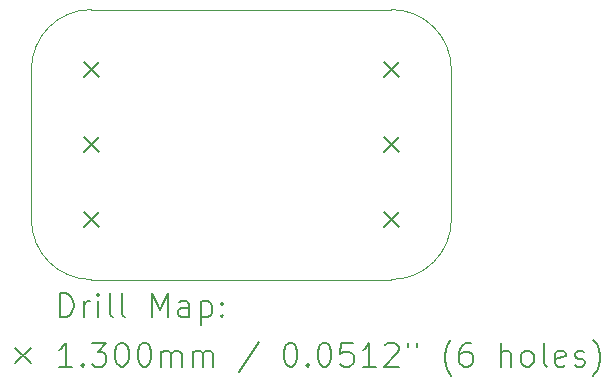
<source format=gbr>
%TF.GenerationSoftware,KiCad,Pcbnew,7.0.2-0*%
%TF.CreationDate,2024-01-28T15:47:04-06:00*%
%TF.ProjectId,wire_adapter,77697265-5f61-4646-9170-7465722e6b69,rev?*%
%TF.SameCoordinates,Original*%
%TF.FileFunction,Drillmap*%
%TF.FilePolarity,Positive*%
%FSLAX45Y45*%
G04 Gerber Fmt 4.5, Leading zero omitted, Abs format (unit mm)*
G04 Created by KiCad (PCBNEW 7.0.2-0) date 2024-01-28 15:47:04*
%MOMM*%
%LPD*%
G01*
G04 APERTURE LIST*
%ADD10C,0.100000*%
%ADD11C,0.200000*%
%ADD12C,0.130000*%
G04 APERTURE END LIST*
D10*
X13208000Y-10668000D02*
X15748000Y-10668000D01*
X12700000Y-8890000D02*
X12700000Y-10160000D01*
X15748000Y-8382000D02*
X13208000Y-8382000D01*
X16256000Y-10160000D02*
X16256000Y-8890000D01*
X15748000Y-10668000D02*
G75*
G03*
X16256000Y-10160000I0J508000D01*
G01*
X12700000Y-10160000D02*
G75*
G03*
X13208000Y-10668000I508000J0D01*
G01*
X13208000Y-8382000D02*
G75*
G03*
X12700000Y-8890000I0J-508000D01*
G01*
X16256000Y-8890000D02*
G75*
G03*
X15748000Y-8382000I-508000J0D01*
G01*
D11*
D12*
X13143000Y-8825000D02*
X13273000Y-8955000D01*
X13273000Y-8825000D02*
X13143000Y-8955000D01*
X13143000Y-9460000D02*
X13273000Y-9590000D01*
X13273000Y-9460000D02*
X13143000Y-9590000D01*
X13143000Y-10095000D02*
X13273000Y-10225000D01*
X13273000Y-10095000D02*
X13143000Y-10225000D01*
X15683000Y-8825000D02*
X15813000Y-8955000D01*
X15813000Y-8825000D02*
X15683000Y-8955000D01*
X15683000Y-9460000D02*
X15813000Y-9590000D01*
X15813000Y-9460000D02*
X15683000Y-9590000D01*
X15683000Y-10095000D02*
X15813000Y-10225000D01*
X15813000Y-10095000D02*
X15683000Y-10225000D01*
D11*
X12942619Y-10985524D02*
X12942619Y-10785524D01*
X12942619Y-10785524D02*
X12990238Y-10785524D01*
X12990238Y-10785524D02*
X13018809Y-10795048D01*
X13018809Y-10795048D02*
X13037857Y-10814095D01*
X13037857Y-10814095D02*
X13047381Y-10833143D01*
X13047381Y-10833143D02*
X13056905Y-10871238D01*
X13056905Y-10871238D02*
X13056905Y-10899810D01*
X13056905Y-10899810D02*
X13047381Y-10937905D01*
X13047381Y-10937905D02*
X13037857Y-10956952D01*
X13037857Y-10956952D02*
X13018809Y-10976000D01*
X13018809Y-10976000D02*
X12990238Y-10985524D01*
X12990238Y-10985524D02*
X12942619Y-10985524D01*
X13142619Y-10985524D02*
X13142619Y-10852190D01*
X13142619Y-10890286D02*
X13152143Y-10871238D01*
X13152143Y-10871238D02*
X13161667Y-10861714D01*
X13161667Y-10861714D02*
X13180714Y-10852190D01*
X13180714Y-10852190D02*
X13199762Y-10852190D01*
X13266428Y-10985524D02*
X13266428Y-10852190D01*
X13266428Y-10785524D02*
X13256905Y-10795048D01*
X13256905Y-10795048D02*
X13266428Y-10804571D01*
X13266428Y-10804571D02*
X13275952Y-10795048D01*
X13275952Y-10795048D02*
X13266428Y-10785524D01*
X13266428Y-10785524D02*
X13266428Y-10804571D01*
X13390238Y-10985524D02*
X13371190Y-10976000D01*
X13371190Y-10976000D02*
X13361667Y-10956952D01*
X13361667Y-10956952D02*
X13361667Y-10785524D01*
X13495000Y-10985524D02*
X13475952Y-10976000D01*
X13475952Y-10976000D02*
X13466428Y-10956952D01*
X13466428Y-10956952D02*
X13466428Y-10785524D01*
X13723571Y-10985524D02*
X13723571Y-10785524D01*
X13723571Y-10785524D02*
X13790238Y-10928381D01*
X13790238Y-10928381D02*
X13856905Y-10785524D01*
X13856905Y-10785524D02*
X13856905Y-10985524D01*
X14037857Y-10985524D02*
X14037857Y-10880762D01*
X14037857Y-10880762D02*
X14028333Y-10861714D01*
X14028333Y-10861714D02*
X14009286Y-10852190D01*
X14009286Y-10852190D02*
X13971190Y-10852190D01*
X13971190Y-10852190D02*
X13952143Y-10861714D01*
X14037857Y-10976000D02*
X14018809Y-10985524D01*
X14018809Y-10985524D02*
X13971190Y-10985524D01*
X13971190Y-10985524D02*
X13952143Y-10976000D01*
X13952143Y-10976000D02*
X13942619Y-10956952D01*
X13942619Y-10956952D02*
X13942619Y-10937905D01*
X13942619Y-10937905D02*
X13952143Y-10918857D01*
X13952143Y-10918857D02*
X13971190Y-10909333D01*
X13971190Y-10909333D02*
X14018809Y-10909333D01*
X14018809Y-10909333D02*
X14037857Y-10899810D01*
X14133095Y-10852190D02*
X14133095Y-11052190D01*
X14133095Y-10861714D02*
X14152143Y-10852190D01*
X14152143Y-10852190D02*
X14190238Y-10852190D01*
X14190238Y-10852190D02*
X14209286Y-10861714D01*
X14209286Y-10861714D02*
X14218809Y-10871238D01*
X14218809Y-10871238D02*
X14228333Y-10890286D01*
X14228333Y-10890286D02*
X14228333Y-10947429D01*
X14228333Y-10947429D02*
X14218809Y-10966476D01*
X14218809Y-10966476D02*
X14209286Y-10976000D01*
X14209286Y-10976000D02*
X14190238Y-10985524D01*
X14190238Y-10985524D02*
X14152143Y-10985524D01*
X14152143Y-10985524D02*
X14133095Y-10976000D01*
X14314048Y-10966476D02*
X14323571Y-10976000D01*
X14323571Y-10976000D02*
X14314048Y-10985524D01*
X14314048Y-10985524D02*
X14304524Y-10976000D01*
X14304524Y-10976000D02*
X14314048Y-10966476D01*
X14314048Y-10966476D02*
X14314048Y-10985524D01*
X14314048Y-10861714D02*
X14323571Y-10871238D01*
X14323571Y-10871238D02*
X14314048Y-10880762D01*
X14314048Y-10880762D02*
X14304524Y-10871238D01*
X14304524Y-10871238D02*
X14314048Y-10861714D01*
X14314048Y-10861714D02*
X14314048Y-10880762D01*
D12*
X12565000Y-11248000D02*
X12695000Y-11378000D01*
X12695000Y-11248000D02*
X12565000Y-11378000D01*
D11*
X13047381Y-11405524D02*
X12933095Y-11405524D01*
X12990238Y-11405524D02*
X12990238Y-11205524D01*
X12990238Y-11205524D02*
X12971190Y-11234095D01*
X12971190Y-11234095D02*
X12952143Y-11253143D01*
X12952143Y-11253143D02*
X12933095Y-11262667D01*
X13133095Y-11386476D02*
X13142619Y-11396000D01*
X13142619Y-11396000D02*
X13133095Y-11405524D01*
X13133095Y-11405524D02*
X13123571Y-11396000D01*
X13123571Y-11396000D02*
X13133095Y-11386476D01*
X13133095Y-11386476D02*
X13133095Y-11405524D01*
X13209286Y-11205524D02*
X13333095Y-11205524D01*
X13333095Y-11205524D02*
X13266428Y-11281714D01*
X13266428Y-11281714D02*
X13295000Y-11281714D01*
X13295000Y-11281714D02*
X13314048Y-11291238D01*
X13314048Y-11291238D02*
X13323571Y-11300762D01*
X13323571Y-11300762D02*
X13333095Y-11319809D01*
X13333095Y-11319809D02*
X13333095Y-11367428D01*
X13333095Y-11367428D02*
X13323571Y-11386476D01*
X13323571Y-11386476D02*
X13314048Y-11396000D01*
X13314048Y-11396000D02*
X13295000Y-11405524D01*
X13295000Y-11405524D02*
X13237857Y-11405524D01*
X13237857Y-11405524D02*
X13218809Y-11396000D01*
X13218809Y-11396000D02*
X13209286Y-11386476D01*
X13456905Y-11205524D02*
X13475952Y-11205524D01*
X13475952Y-11205524D02*
X13495000Y-11215048D01*
X13495000Y-11215048D02*
X13504524Y-11224571D01*
X13504524Y-11224571D02*
X13514048Y-11243619D01*
X13514048Y-11243619D02*
X13523571Y-11281714D01*
X13523571Y-11281714D02*
X13523571Y-11329333D01*
X13523571Y-11329333D02*
X13514048Y-11367428D01*
X13514048Y-11367428D02*
X13504524Y-11386476D01*
X13504524Y-11386476D02*
X13495000Y-11396000D01*
X13495000Y-11396000D02*
X13475952Y-11405524D01*
X13475952Y-11405524D02*
X13456905Y-11405524D01*
X13456905Y-11405524D02*
X13437857Y-11396000D01*
X13437857Y-11396000D02*
X13428333Y-11386476D01*
X13428333Y-11386476D02*
X13418809Y-11367428D01*
X13418809Y-11367428D02*
X13409286Y-11329333D01*
X13409286Y-11329333D02*
X13409286Y-11281714D01*
X13409286Y-11281714D02*
X13418809Y-11243619D01*
X13418809Y-11243619D02*
X13428333Y-11224571D01*
X13428333Y-11224571D02*
X13437857Y-11215048D01*
X13437857Y-11215048D02*
X13456905Y-11205524D01*
X13647381Y-11205524D02*
X13666429Y-11205524D01*
X13666429Y-11205524D02*
X13685476Y-11215048D01*
X13685476Y-11215048D02*
X13695000Y-11224571D01*
X13695000Y-11224571D02*
X13704524Y-11243619D01*
X13704524Y-11243619D02*
X13714048Y-11281714D01*
X13714048Y-11281714D02*
X13714048Y-11329333D01*
X13714048Y-11329333D02*
X13704524Y-11367428D01*
X13704524Y-11367428D02*
X13695000Y-11386476D01*
X13695000Y-11386476D02*
X13685476Y-11396000D01*
X13685476Y-11396000D02*
X13666429Y-11405524D01*
X13666429Y-11405524D02*
X13647381Y-11405524D01*
X13647381Y-11405524D02*
X13628333Y-11396000D01*
X13628333Y-11396000D02*
X13618809Y-11386476D01*
X13618809Y-11386476D02*
X13609286Y-11367428D01*
X13609286Y-11367428D02*
X13599762Y-11329333D01*
X13599762Y-11329333D02*
X13599762Y-11281714D01*
X13599762Y-11281714D02*
X13609286Y-11243619D01*
X13609286Y-11243619D02*
X13618809Y-11224571D01*
X13618809Y-11224571D02*
X13628333Y-11215048D01*
X13628333Y-11215048D02*
X13647381Y-11205524D01*
X13799762Y-11405524D02*
X13799762Y-11272190D01*
X13799762Y-11291238D02*
X13809286Y-11281714D01*
X13809286Y-11281714D02*
X13828333Y-11272190D01*
X13828333Y-11272190D02*
X13856905Y-11272190D01*
X13856905Y-11272190D02*
X13875952Y-11281714D01*
X13875952Y-11281714D02*
X13885476Y-11300762D01*
X13885476Y-11300762D02*
X13885476Y-11405524D01*
X13885476Y-11300762D02*
X13895000Y-11281714D01*
X13895000Y-11281714D02*
X13914048Y-11272190D01*
X13914048Y-11272190D02*
X13942619Y-11272190D01*
X13942619Y-11272190D02*
X13961667Y-11281714D01*
X13961667Y-11281714D02*
X13971190Y-11300762D01*
X13971190Y-11300762D02*
X13971190Y-11405524D01*
X14066429Y-11405524D02*
X14066429Y-11272190D01*
X14066429Y-11291238D02*
X14075952Y-11281714D01*
X14075952Y-11281714D02*
X14095000Y-11272190D01*
X14095000Y-11272190D02*
X14123571Y-11272190D01*
X14123571Y-11272190D02*
X14142619Y-11281714D01*
X14142619Y-11281714D02*
X14152143Y-11300762D01*
X14152143Y-11300762D02*
X14152143Y-11405524D01*
X14152143Y-11300762D02*
X14161667Y-11281714D01*
X14161667Y-11281714D02*
X14180714Y-11272190D01*
X14180714Y-11272190D02*
X14209286Y-11272190D01*
X14209286Y-11272190D02*
X14228333Y-11281714D01*
X14228333Y-11281714D02*
X14237857Y-11300762D01*
X14237857Y-11300762D02*
X14237857Y-11405524D01*
X14628333Y-11196000D02*
X14456905Y-11453143D01*
X14885476Y-11205524D02*
X14904524Y-11205524D01*
X14904524Y-11205524D02*
X14923572Y-11215048D01*
X14923572Y-11215048D02*
X14933095Y-11224571D01*
X14933095Y-11224571D02*
X14942619Y-11243619D01*
X14942619Y-11243619D02*
X14952143Y-11281714D01*
X14952143Y-11281714D02*
X14952143Y-11329333D01*
X14952143Y-11329333D02*
X14942619Y-11367428D01*
X14942619Y-11367428D02*
X14933095Y-11386476D01*
X14933095Y-11386476D02*
X14923572Y-11396000D01*
X14923572Y-11396000D02*
X14904524Y-11405524D01*
X14904524Y-11405524D02*
X14885476Y-11405524D01*
X14885476Y-11405524D02*
X14866429Y-11396000D01*
X14866429Y-11396000D02*
X14856905Y-11386476D01*
X14856905Y-11386476D02*
X14847381Y-11367428D01*
X14847381Y-11367428D02*
X14837857Y-11329333D01*
X14837857Y-11329333D02*
X14837857Y-11281714D01*
X14837857Y-11281714D02*
X14847381Y-11243619D01*
X14847381Y-11243619D02*
X14856905Y-11224571D01*
X14856905Y-11224571D02*
X14866429Y-11215048D01*
X14866429Y-11215048D02*
X14885476Y-11205524D01*
X15037857Y-11386476D02*
X15047381Y-11396000D01*
X15047381Y-11396000D02*
X15037857Y-11405524D01*
X15037857Y-11405524D02*
X15028333Y-11396000D01*
X15028333Y-11396000D02*
X15037857Y-11386476D01*
X15037857Y-11386476D02*
X15037857Y-11405524D01*
X15171191Y-11205524D02*
X15190238Y-11205524D01*
X15190238Y-11205524D02*
X15209286Y-11215048D01*
X15209286Y-11215048D02*
X15218810Y-11224571D01*
X15218810Y-11224571D02*
X15228333Y-11243619D01*
X15228333Y-11243619D02*
X15237857Y-11281714D01*
X15237857Y-11281714D02*
X15237857Y-11329333D01*
X15237857Y-11329333D02*
X15228333Y-11367428D01*
X15228333Y-11367428D02*
X15218810Y-11386476D01*
X15218810Y-11386476D02*
X15209286Y-11396000D01*
X15209286Y-11396000D02*
X15190238Y-11405524D01*
X15190238Y-11405524D02*
X15171191Y-11405524D01*
X15171191Y-11405524D02*
X15152143Y-11396000D01*
X15152143Y-11396000D02*
X15142619Y-11386476D01*
X15142619Y-11386476D02*
X15133095Y-11367428D01*
X15133095Y-11367428D02*
X15123572Y-11329333D01*
X15123572Y-11329333D02*
X15123572Y-11281714D01*
X15123572Y-11281714D02*
X15133095Y-11243619D01*
X15133095Y-11243619D02*
X15142619Y-11224571D01*
X15142619Y-11224571D02*
X15152143Y-11215048D01*
X15152143Y-11215048D02*
X15171191Y-11205524D01*
X15418810Y-11205524D02*
X15323572Y-11205524D01*
X15323572Y-11205524D02*
X15314048Y-11300762D01*
X15314048Y-11300762D02*
X15323572Y-11291238D01*
X15323572Y-11291238D02*
X15342619Y-11281714D01*
X15342619Y-11281714D02*
X15390238Y-11281714D01*
X15390238Y-11281714D02*
X15409286Y-11291238D01*
X15409286Y-11291238D02*
X15418810Y-11300762D01*
X15418810Y-11300762D02*
X15428333Y-11319809D01*
X15428333Y-11319809D02*
X15428333Y-11367428D01*
X15428333Y-11367428D02*
X15418810Y-11386476D01*
X15418810Y-11386476D02*
X15409286Y-11396000D01*
X15409286Y-11396000D02*
X15390238Y-11405524D01*
X15390238Y-11405524D02*
X15342619Y-11405524D01*
X15342619Y-11405524D02*
X15323572Y-11396000D01*
X15323572Y-11396000D02*
X15314048Y-11386476D01*
X15618810Y-11405524D02*
X15504524Y-11405524D01*
X15561667Y-11405524D02*
X15561667Y-11205524D01*
X15561667Y-11205524D02*
X15542619Y-11234095D01*
X15542619Y-11234095D02*
X15523572Y-11253143D01*
X15523572Y-11253143D02*
X15504524Y-11262667D01*
X15695000Y-11224571D02*
X15704524Y-11215048D01*
X15704524Y-11215048D02*
X15723572Y-11205524D01*
X15723572Y-11205524D02*
X15771191Y-11205524D01*
X15771191Y-11205524D02*
X15790238Y-11215048D01*
X15790238Y-11215048D02*
X15799762Y-11224571D01*
X15799762Y-11224571D02*
X15809286Y-11243619D01*
X15809286Y-11243619D02*
X15809286Y-11262667D01*
X15809286Y-11262667D02*
X15799762Y-11291238D01*
X15799762Y-11291238D02*
X15685476Y-11405524D01*
X15685476Y-11405524D02*
X15809286Y-11405524D01*
X15885476Y-11205524D02*
X15885476Y-11243619D01*
X15961667Y-11205524D02*
X15961667Y-11243619D01*
X16256905Y-11481714D02*
X16247381Y-11472190D01*
X16247381Y-11472190D02*
X16228334Y-11443619D01*
X16228334Y-11443619D02*
X16218810Y-11424571D01*
X16218810Y-11424571D02*
X16209286Y-11396000D01*
X16209286Y-11396000D02*
X16199762Y-11348381D01*
X16199762Y-11348381D02*
X16199762Y-11310286D01*
X16199762Y-11310286D02*
X16209286Y-11262667D01*
X16209286Y-11262667D02*
X16218810Y-11234095D01*
X16218810Y-11234095D02*
X16228334Y-11215048D01*
X16228334Y-11215048D02*
X16247381Y-11186476D01*
X16247381Y-11186476D02*
X16256905Y-11176952D01*
X16418810Y-11205524D02*
X16380714Y-11205524D01*
X16380714Y-11205524D02*
X16361667Y-11215048D01*
X16361667Y-11215048D02*
X16352143Y-11224571D01*
X16352143Y-11224571D02*
X16333095Y-11253143D01*
X16333095Y-11253143D02*
X16323572Y-11291238D01*
X16323572Y-11291238D02*
X16323572Y-11367428D01*
X16323572Y-11367428D02*
X16333095Y-11386476D01*
X16333095Y-11386476D02*
X16342619Y-11396000D01*
X16342619Y-11396000D02*
X16361667Y-11405524D01*
X16361667Y-11405524D02*
X16399762Y-11405524D01*
X16399762Y-11405524D02*
X16418810Y-11396000D01*
X16418810Y-11396000D02*
X16428334Y-11386476D01*
X16428334Y-11386476D02*
X16437857Y-11367428D01*
X16437857Y-11367428D02*
X16437857Y-11319809D01*
X16437857Y-11319809D02*
X16428334Y-11300762D01*
X16428334Y-11300762D02*
X16418810Y-11291238D01*
X16418810Y-11291238D02*
X16399762Y-11281714D01*
X16399762Y-11281714D02*
X16361667Y-11281714D01*
X16361667Y-11281714D02*
X16342619Y-11291238D01*
X16342619Y-11291238D02*
X16333095Y-11300762D01*
X16333095Y-11300762D02*
X16323572Y-11319809D01*
X16675953Y-11405524D02*
X16675953Y-11205524D01*
X16761667Y-11405524D02*
X16761667Y-11300762D01*
X16761667Y-11300762D02*
X16752143Y-11281714D01*
X16752143Y-11281714D02*
X16733096Y-11272190D01*
X16733096Y-11272190D02*
X16704524Y-11272190D01*
X16704524Y-11272190D02*
X16685476Y-11281714D01*
X16685476Y-11281714D02*
X16675953Y-11291238D01*
X16885477Y-11405524D02*
X16866429Y-11396000D01*
X16866429Y-11396000D02*
X16856905Y-11386476D01*
X16856905Y-11386476D02*
X16847381Y-11367428D01*
X16847381Y-11367428D02*
X16847381Y-11310286D01*
X16847381Y-11310286D02*
X16856905Y-11291238D01*
X16856905Y-11291238D02*
X16866429Y-11281714D01*
X16866429Y-11281714D02*
X16885477Y-11272190D01*
X16885477Y-11272190D02*
X16914048Y-11272190D01*
X16914048Y-11272190D02*
X16933096Y-11281714D01*
X16933096Y-11281714D02*
X16942619Y-11291238D01*
X16942619Y-11291238D02*
X16952143Y-11310286D01*
X16952143Y-11310286D02*
X16952143Y-11367428D01*
X16952143Y-11367428D02*
X16942619Y-11386476D01*
X16942619Y-11386476D02*
X16933096Y-11396000D01*
X16933096Y-11396000D02*
X16914048Y-11405524D01*
X16914048Y-11405524D02*
X16885477Y-11405524D01*
X17066429Y-11405524D02*
X17047381Y-11396000D01*
X17047381Y-11396000D02*
X17037858Y-11376952D01*
X17037858Y-11376952D02*
X17037858Y-11205524D01*
X17218810Y-11396000D02*
X17199762Y-11405524D01*
X17199762Y-11405524D02*
X17161667Y-11405524D01*
X17161667Y-11405524D02*
X17142619Y-11396000D01*
X17142619Y-11396000D02*
X17133096Y-11376952D01*
X17133096Y-11376952D02*
X17133096Y-11300762D01*
X17133096Y-11300762D02*
X17142619Y-11281714D01*
X17142619Y-11281714D02*
X17161667Y-11272190D01*
X17161667Y-11272190D02*
X17199762Y-11272190D01*
X17199762Y-11272190D02*
X17218810Y-11281714D01*
X17218810Y-11281714D02*
X17228334Y-11300762D01*
X17228334Y-11300762D02*
X17228334Y-11319809D01*
X17228334Y-11319809D02*
X17133096Y-11338857D01*
X17304524Y-11396000D02*
X17323572Y-11405524D01*
X17323572Y-11405524D02*
X17361667Y-11405524D01*
X17361667Y-11405524D02*
X17380715Y-11396000D01*
X17380715Y-11396000D02*
X17390239Y-11376952D01*
X17390239Y-11376952D02*
X17390239Y-11367428D01*
X17390239Y-11367428D02*
X17380715Y-11348381D01*
X17380715Y-11348381D02*
X17361667Y-11338857D01*
X17361667Y-11338857D02*
X17333096Y-11338857D01*
X17333096Y-11338857D02*
X17314048Y-11329333D01*
X17314048Y-11329333D02*
X17304524Y-11310286D01*
X17304524Y-11310286D02*
X17304524Y-11300762D01*
X17304524Y-11300762D02*
X17314048Y-11281714D01*
X17314048Y-11281714D02*
X17333096Y-11272190D01*
X17333096Y-11272190D02*
X17361667Y-11272190D01*
X17361667Y-11272190D02*
X17380715Y-11281714D01*
X17456905Y-11481714D02*
X17466429Y-11472190D01*
X17466429Y-11472190D02*
X17485477Y-11443619D01*
X17485477Y-11443619D02*
X17495000Y-11424571D01*
X17495000Y-11424571D02*
X17504524Y-11396000D01*
X17504524Y-11396000D02*
X17514048Y-11348381D01*
X17514048Y-11348381D02*
X17514048Y-11310286D01*
X17514048Y-11310286D02*
X17504524Y-11262667D01*
X17504524Y-11262667D02*
X17495000Y-11234095D01*
X17495000Y-11234095D02*
X17485477Y-11215048D01*
X17485477Y-11215048D02*
X17466429Y-11186476D01*
X17466429Y-11186476D02*
X17456905Y-11176952D01*
M02*

</source>
